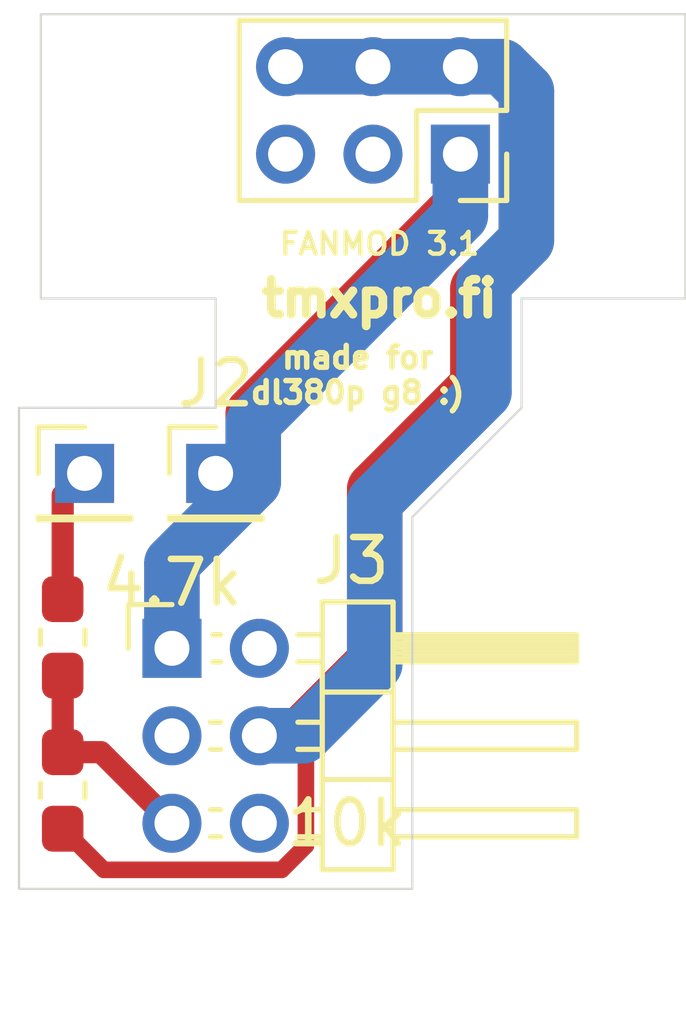
<source format=kicad_pcb>
(kicad_pcb (version 20171130) (host pcbnew 5.1.6+dfsg1-1)

  (general
    (thickness 1.6)
    (drawings 15)
    (tracks 46)
    (zones 0)
    (modules 6)
    (nets 5)
  )

  (page A4)
  (layers
    (0 F.Cu signal)
    (31 B.Cu signal)
    (32 B.Adhes user)
    (33 F.Adhes user)
    (34 B.Paste user)
    (35 F.Paste user)
    (36 B.SilkS user)
    (37 F.SilkS user)
    (38 B.Mask user)
    (39 F.Mask user)
    (40 Dwgs.User user)
    (41 Cmts.User user)
    (42 Eco1.User user)
    (43 Eco2.User user)
    (44 Edge.Cuts user)
    (45 Margin user)
    (46 B.CrtYd user)
    (47 F.CrtYd user)
    (48 B.Fab user)
    (49 F.Fab user)
  )

  (setup
    (last_trace_width 1.27)
    (user_trace_width 0.381)
    (user_trace_width 0.508)
    (user_trace_width 0.762)
    (user_trace_width 1.27)
    (user_trace_width 1.905)
    (trace_clearance 0.2)
    (zone_clearance 0.254)
    (zone_45_only no)
    (trace_min 0.2)
    (via_size 0.8)
    (via_drill 0.4)
    (via_min_size 0.4)
    (via_min_drill 0.3)
    (uvia_size 0.3)
    (uvia_drill 0.1)
    (uvias_allowed no)
    (uvia_min_size 0.2)
    (uvia_min_drill 0.1)
    (edge_width 0.05)
    (segment_width 0.2)
    (pcb_text_width 0.3)
    (pcb_text_size 1.5 1.5)
    (mod_edge_width 0.12)
    (mod_text_size 1 1)
    (mod_text_width 0.15)
    (pad_size 1.524 1.524)
    (pad_drill 0.762)
    (pad_to_mask_clearance 0.051)
    (solder_mask_min_width 0.25)
    (aux_axis_origin 0 0)
    (visible_elements FFFFFF7F)
    (pcbplotparams
      (layerselection 0x010fc_ffffffff)
      (usegerberextensions true)
      (usegerberattributes false)
      (usegerberadvancedattributes false)
      (creategerberjobfile false)
      (excludeedgelayer true)
      (linewidth 0.100000)
      (plotframeref false)
      (viasonmask false)
      (mode 1)
      (useauxorigin false)
      (hpglpennumber 1)
      (hpglpenspeed 20)
      (hpglpendiameter 15.000000)
      (psnegative false)
      (psa4output false)
      (plotreference true)
      (plotvalue true)
      (plotinvisibletext false)
      (padsonsilk false)
      (subtractmaskfromsilk false)
      (outputformat 1)
      (mirror false)
      (drillshape 0)
      (scaleselection 1)
      (outputdirectory "gerbers"))
  )

  (net 0 "")
  (net 1 +12V)
  (net 2 GND)
  (net 3 "Net-(J4-Pad1)")
  (net 4 "Net-(J3-Pad5)")

  (net_class Default "This is the default net class."
    (clearance 0.2)
    (trace_width 0.25)
    (via_dia 0.8)
    (via_drill 0.4)
    (uvia_dia 0.3)
    (uvia_drill 0.1)
    (add_net +12V)
    (add_net GND)
    (add_net "Net-(J1-Pad3)")
    (add_net "Net-(J1-Pad5)")
    (add_net "Net-(J3-Pad2)")
    (add_net "Net-(J3-Pad3)")
    (add_net "Net-(J3-Pad5)")
    (add_net "Net-(J3-Pad6)")
    (add_net "Net-(J4-Pad1)")
  )

  (module Connector_PinHeader_2.00mm:PinHeader_1x01_P2.00mm_Vertical (layer F.Cu) (tedit 59FED667) (tstamp 5F46B605)
    (at 81.5 29)
    (descr "Through hole straight pin header, 1x01, 2.00mm pitch, single row")
    (tags "Through hole pin header THT 1x01 2.00mm single row")
    (path /5F46615B)
    (fp_text reference J2 (at 0 -2.06) (layer F.SilkS)
      (effects (font (size 1 1) (thickness 0.15)))
    )
    (fp_text value ARDUINO_VIN (at 0 2.06) (layer F.Fab)
      (effects (font (size 1 1) (thickness 0.15)))
    )
    (fp_text user %R (at 0 0 90) (layer F.Fab)
      (effects (font (size 1 1) (thickness 0.15)))
    )
    (fp_line (start -0.5 -1) (end 1 -1) (layer F.Fab) (width 0.1))
    (fp_line (start 1 -1) (end 1 1) (layer F.Fab) (width 0.1))
    (fp_line (start 1 1) (end -1 1) (layer F.Fab) (width 0.1))
    (fp_line (start -1 1) (end -1 -0.5) (layer F.Fab) (width 0.1))
    (fp_line (start -1 -0.5) (end -0.5 -1) (layer F.Fab) (width 0.1))
    (fp_line (start -1.06 1.06) (end 1.06 1.06) (layer F.SilkS) (width 0.12))
    (fp_line (start -1.06 1) (end -1.06 1.06) (layer F.SilkS) (width 0.12))
    (fp_line (start 1.06 1) (end 1.06 1.06) (layer F.SilkS) (width 0.12))
    (fp_line (start -1.06 1) (end 1.06 1) (layer F.SilkS) (width 0.12))
    (fp_line (start -1.06 0) (end -1.06 -1.06) (layer F.SilkS) (width 0.12))
    (fp_line (start -1.06 -1.06) (end 0 -1.06) (layer F.SilkS) (width 0.12))
    (fp_line (start -1.5 -1.5) (end -1.5 1.5) (layer F.CrtYd) (width 0.05))
    (fp_line (start -1.5 1.5) (end 1.5 1.5) (layer F.CrtYd) (width 0.05))
    (fp_line (start 1.5 1.5) (end 1.5 -1.5) (layer F.CrtYd) (width 0.05))
    (fp_line (start 1.5 -1.5) (end -1.5 -1.5) (layer F.CrtYd) (width 0.05))
    (pad 1 thru_hole rect (at 0 0) (size 1.35 1.35) (drill 0.8) (layers *.Cu *.Mask)
      (net 1 +12V))
    (model ${KISYS3DMOD}/Connector_PinHeader_2.00mm.3dshapes/PinHeader_1x01_P2.00mm_Vertical.wrl
      (at (xyz 0 0 0))
      (scale (xyz 1 1 1))
      (rotate (xyz 0 0 0))
    )
  )

  (module Connector_PinHeader_2.00mm:PinHeader_2x03_P2.00mm_Horizontal (layer F.Cu) (tedit 59FED667) (tstamp 5F2EB90B)
    (at 80.5 33)
    (descr "Through hole angled pin header, 2x03, 2.00mm pitch, 4.2mm pin length, double rows")
    (tags "Through hole angled pin header THT 2x03 2.00mm double row")
    (path /5F2E64DC)
    (fp_text reference J3 (at 4.1 -2) (layer F.SilkS)
      (effects (font (size 1 1) (thickness 0.15)))
    )
    (fp_text value FAN_OUT (at 3.75 7.75) (layer F.Fab)
      (effects (font (size 1 1) (thickness 0.15)))
    )
    (fp_line (start 9.7 -1.5) (end -1.5 -1.5) (layer F.CrtYd) (width 0.05))
    (fp_line (start 9.7 5.5) (end 9.7 -1.5) (layer F.CrtYd) (width 0.05))
    (fp_line (start -1.5 5.5) (end 9.7 5.5) (layer F.CrtYd) (width 0.05))
    (fp_line (start -1.5 -1.5) (end -1.5 5.5) (layer F.CrtYd) (width 0.05))
    (fp_line (start -1 -1) (end 0 -1) (layer F.SilkS) (width 0.12))
    (fp_line (start -1 0) (end -1 -1) (layer F.SilkS) (width 0.12))
    (fp_line (start 0.882114 4.31) (end 1.117886 4.31) (layer F.SilkS) (width 0.12))
    (fp_line (start 0.882114 3.69) (end 1.117886 3.69) (layer F.SilkS) (width 0.12))
    (fp_line (start 2.882114 4.31) (end 3.44 4.31) (layer F.SilkS) (width 0.12))
    (fp_line (start 2.882114 3.69) (end 3.44 3.69) (layer F.SilkS) (width 0.12))
    (fp_line (start 9.26 4.31) (end 5.06 4.31) (layer F.SilkS) (width 0.12))
    (fp_line (start 9.26 3.69) (end 9.26 4.31) (layer F.SilkS) (width 0.12))
    (fp_line (start 5.06 3.69) (end 9.26 3.69) (layer F.SilkS) (width 0.12))
    (fp_line (start 3.44 3) (end 5.06 3) (layer F.SilkS) (width 0.12))
    (fp_line (start 0.882114 2.31) (end 1.117886 2.31) (layer F.SilkS) (width 0.12))
    (fp_line (start 0.882114 1.69) (end 1.117886 1.69) (layer F.SilkS) (width 0.12))
    (fp_line (start 2.882114 2.31) (end 3.44 2.31) (layer F.SilkS) (width 0.12))
    (fp_line (start 2.882114 1.69) (end 3.44 1.69) (layer F.SilkS) (width 0.12))
    (fp_line (start 9.26 2.31) (end 5.06 2.31) (layer F.SilkS) (width 0.12))
    (fp_line (start 9.26 1.69) (end 9.26 2.31) (layer F.SilkS) (width 0.12))
    (fp_line (start 5.06 1.69) (end 9.26 1.69) (layer F.SilkS) (width 0.12))
    (fp_line (start 3.44 1) (end 5.06 1) (layer F.SilkS) (width 0.12))
    (fp_line (start 0.935 0.31) (end 1.117886 0.31) (layer F.SilkS) (width 0.12))
    (fp_line (start 0.935 -0.31) (end 1.117886 -0.31) (layer F.SilkS) (width 0.12))
    (fp_line (start 2.882114 0.31) (end 3.44 0.31) (layer F.SilkS) (width 0.12))
    (fp_line (start 2.882114 -0.31) (end 3.44 -0.31) (layer F.SilkS) (width 0.12))
    (fp_line (start 5.06 0.23) (end 9.26 0.23) (layer F.SilkS) (width 0.12))
    (fp_line (start 5.06 0.11) (end 9.26 0.11) (layer F.SilkS) (width 0.12))
    (fp_line (start 5.06 -0.01) (end 9.26 -0.01) (layer F.SilkS) (width 0.12))
    (fp_line (start 5.06 -0.13) (end 9.26 -0.13) (layer F.SilkS) (width 0.12))
    (fp_line (start 5.06 -0.25) (end 9.26 -0.25) (layer F.SilkS) (width 0.12))
    (fp_line (start 9.26 0.31) (end 5.06 0.31) (layer F.SilkS) (width 0.12))
    (fp_line (start 9.26 -0.31) (end 9.26 0.31) (layer F.SilkS) (width 0.12))
    (fp_line (start 5.06 -0.31) (end 9.26 -0.31) (layer F.SilkS) (width 0.12))
    (fp_line (start 5.06 -1.06) (end 3.44 -1.06) (layer F.SilkS) (width 0.12))
    (fp_line (start 5.06 5.06) (end 5.06 -1.06) (layer F.SilkS) (width 0.12))
    (fp_line (start 3.44 5.06) (end 5.06 5.06) (layer F.SilkS) (width 0.12))
    (fp_line (start 3.44 -1.06) (end 3.44 5.06) (layer F.SilkS) (width 0.12))
    (fp_line (start 5 4.25) (end 9.2 4.25) (layer F.Fab) (width 0.1))
    (fp_line (start 9.2 3.75) (end 9.2 4.25) (layer F.Fab) (width 0.1))
    (fp_line (start 5 3.75) (end 9.2 3.75) (layer F.Fab) (width 0.1))
    (fp_line (start -0.25 4.25) (end 3.5 4.25) (layer F.Fab) (width 0.1))
    (fp_line (start -0.25 3.75) (end -0.25 4.25) (layer F.Fab) (width 0.1))
    (fp_line (start -0.25 3.75) (end 3.5 3.75) (layer F.Fab) (width 0.1))
    (fp_line (start 5 2.25) (end 9.2 2.25) (layer F.Fab) (width 0.1))
    (fp_line (start 9.2 1.75) (end 9.2 2.25) (layer F.Fab) (width 0.1))
    (fp_line (start 5 1.75) (end 9.2 1.75) (layer F.Fab) (width 0.1))
    (fp_line (start -0.25 2.25) (end 3.5 2.25) (layer F.Fab) (width 0.1))
    (fp_line (start -0.25 1.75) (end -0.25 2.25) (layer F.Fab) (width 0.1))
    (fp_line (start -0.25 1.75) (end 3.5 1.75) (layer F.Fab) (width 0.1))
    (fp_line (start 5 0.25) (end 9.2 0.25) (layer F.Fab) (width 0.1))
    (fp_line (start 9.2 -0.25) (end 9.2 0.25) (layer F.Fab) (width 0.1))
    (fp_line (start 5 -0.25) (end 9.2 -0.25) (layer F.Fab) (width 0.1))
    (fp_line (start -0.25 0.25) (end 3.5 0.25) (layer F.Fab) (width 0.1))
    (fp_line (start -0.25 -0.25) (end -0.25 0.25) (layer F.Fab) (width 0.1))
    (fp_line (start -0.25 -0.25) (end 3.5 -0.25) (layer F.Fab) (width 0.1))
    (fp_line (start 3.5 -0.625) (end 3.875 -1) (layer F.Fab) (width 0.1))
    (fp_line (start 3.5 5) (end 3.5 -0.625) (layer F.Fab) (width 0.1))
    (fp_line (start 5 5) (end 3.5 5) (layer F.Fab) (width 0.1))
    (fp_line (start 5 -1) (end 5 5) (layer F.Fab) (width 0.1))
    (fp_line (start 3.875 -1) (end 5 -1) (layer F.Fab) (width 0.1))
    (fp_text user %R (at 4.25 2 90) (layer F.Fab)
      (effects (font (size 0.9 0.9) (thickness 0.135)))
    )
    (pad 6 thru_hole oval (at 2 4) (size 1.35 1.35) (drill 0.8) (layers *.Cu *.Mask))
    (pad 5 thru_hole oval (at 0 4) (size 1.35 1.35) (drill 0.8) (layers *.Cu *.Mask)
      (net 4 "Net-(J3-Pad5)"))
    (pad 4 thru_hole oval (at 2 2) (size 1.35 1.35) (drill 0.8) (layers *.Cu *.Mask)
      (net 2 GND))
    (pad 3 thru_hole oval (at 0 2) (size 1.35 1.35) (drill 0.8) (layers *.Cu *.Mask))
    (pad 2 thru_hole oval (at 2 0) (size 1.35 1.35) (drill 0.8) (layers *.Cu *.Mask))
    (pad 1 thru_hole rect (at 0 0) (size 1.35 1.35) (drill 0.8) (layers *.Cu *.Mask)
      (net 1 +12V))
    (model ${KISYS3DMOD}/Connector_PinHeader_2.00mm.3dshapes/PinHeader_2x03_P2.00mm_Horizontal.wrl
      (at (xyz 0 0 0))
      (scale (xyz 1 1 1))
      (rotate (xyz 0 0 0))
    )
  )

  (module Connector_PinHeader_2.00mm:PinHeader_1x01_P2.00mm_Vertical (layer F.Cu) (tedit 59FED667) (tstamp 5E9D9346)
    (at 78.5 29)
    (descr "Through hole straight pin header, 1x01, 2.00mm pitch, single row")
    (tags "Through hole pin header THT 1x01 2.00mm single row")
    (path /5E9F17A7)
    (fp_text reference J4 (at -3 0.25) (layer F.SilkS) hide
      (effects (font (size 1 1) (thickness 0.15)))
    )
    (fp_text value COMM (at -1 3) (layer F.Fab) hide
      (effects (font (size 1 1) (thickness 0.15)))
    )
    (fp_line (start 1.5 -1.5) (end -1.5 -1.5) (layer F.CrtYd) (width 0.05))
    (fp_line (start 1.5 1.5) (end 1.5 -1.5) (layer F.CrtYd) (width 0.05))
    (fp_line (start -1.5 1.5) (end 1.5 1.5) (layer F.CrtYd) (width 0.05))
    (fp_line (start -1.5 -1.5) (end -1.5 1.5) (layer F.CrtYd) (width 0.05))
    (fp_line (start -1.06 -1.06) (end 0 -1.06) (layer F.SilkS) (width 0.12))
    (fp_line (start -1.06 0) (end -1.06 -1.06) (layer F.SilkS) (width 0.12))
    (fp_line (start -1.06 1) (end 1.06 1) (layer F.SilkS) (width 0.12))
    (fp_line (start 1.06 1) (end 1.06 1.06) (layer F.SilkS) (width 0.12))
    (fp_line (start -1.06 1) (end -1.06 1.06) (layer F.SilkS) (width 0.12))
    (fp_line (start -1.06 1.06) (end 1.06 1.06) (layer F.SilkS) (width 0.12))
    (fp_line (start -1 -0.5) (end -0.5 -1) (layer F.Fab) (width 0.1))
    (fp_line (start -1 1) (end -1 -0.5) (layer F.Fab) (width 0.1))
    (fp_line (start 1 1) (end -1 1) (layer F.Fab) (width 0.1))
    (fp_line (start 1 -1) (end 1 1) (layer F.Fab) (width 0.1))
    (fp_line (start -0.5 -1) (end 1 -1) (layer F.Fab) (width 0.1))
    (fp_text user %R (at 0 0 90) (layer F.Fab) hide
      (effects (font (size 1 1) (thickness 0.15)))
    )
    (pad 1 thru_hole rect (at 0 0) (size 1.35 1.35) (drill 0.8) (layers *.Cu *.Mask)
      (net 3 "Net-(J4-Pad1)"))
    (model ${KISYS3DMOD}/Connector_PinHeader_2.00mm.3dshapes/PinHeader_1x01_P2.00mm_Vertical.wrl
      (at (xyz 0 0 0))
      (scale (xyz 1 1 1))
      (rotate (xyz 0 0 0))
    )
  )

  (module Connector_PinSocket_2.00mm:PinSocket_2x03_P2.00mm_Vertical (layer F.Cu) (tedit 5A19A428) (tstamp 5E9D06EA)
    (at 87.1 21.7 270)
    (descr "Through hole straight socket strip, 2x03, 2.00mm pitch, double cols (from Kicad 4.0.7), script generated")
    (tags "Through hole socket strip THT 2x03 2.00mm double row")
    (path /5E9E0BFF)
    (fp_text reference J1 (at -1 -2.5 90) (layer F.SilkS) hide
      (effects (font (size 1 1) (thickness 0.15)))
    )
    (fp_text value FAN_IN (at -1 6.5 90) (layer F.Fab) hide
      (effects (font (size 1 1) (thickness 0.15)))
    )
    (fp_line (start -3 -1) (end 0 -1) (layer F.Fab) (width 0.1))
    (fp_line (start 0 -1) (end 1 0) (layer F.Fab) (width 0.1))
    (fp_line (start 1 0) (end 1 5) (layer F.Fab) (width 0.1))
    (fp_line (start 1 5) (end -3 5) (layer F.Fab) (width 0.1))
    (fp_line (start -3 5) (end -3 -1) (layer F.Fab) (width 0.1))
    (fp_line (start -3.06 -1.06) (end -1 -1.06) (layer F.SilkS) (width 0.12))
    (fp_line (start -3.06 -1.06) (end -3.06 5.06) (layer F.SilkS) (width 0.12))
    (fp_line (start -3.06 5.06) (end 1.06 5.06) (layer F.SilkS) (width 0.12))
    (fp_line (start 1.06 1) (end 1.06 5.06) (layer F.SilkS) (width 0.12))
    (fp_line (start -1 1) (end 1.06 1) (layer F.SilkS) (width 0.12))
    (fp_line (start -1 -1.06) (end -1 1) (layer F.SilkS) (width 0.12))
    (fp_line (start 1.06 -1.06) (end 1.06 0) (layer F.SilkS) (width 0.12))
    (fp_line (start 0 -1.06) (end 1.06 -1.06) (layer F.SilkS) (width 0.12))
    (fp_line (start -3.5 -1.5) (end 1.5 -1.5) (layer F.CrtYd) (width 0.05))
    (fp_line (start 1.5 -1.5) (end 1.5 5.5) (layer F.CrtYd) (width 0.05))
    (fp_line (start 1.5 5.5) (end -3.5 5.5) (layer F.CrtYd) (width 0.05))
    (fp_line (start -3.5 5.5) (end -3.5 -1.5) (layer F.CrtYd) (width 0.05))
    (fp_text user %R (at -1 2) (layer F.Fab) hide
      (effects (font (size 1 1) (thickness 0.15)))
    )
    (pad 6 thru_hole oval (at -2 4 270) (size 1.35 1.35) (drill 0.8) (layers *.Cu *.Mask)
      (net 2 GND))
    (pad 5 thru_hole oval (at 0 4 270) (size 1.35 1.35) (drill 0.8) (layers *.Cu *.Mask))
    (pad 4 thru_hole oval (at -2 2 270) (size 1.35 1.35) (drill 0.8) (layers *.Cu *.Mask)
      (net 2 GND))
    (pad 3 thru_hole oval (at 0 2 270) (size 1.35 1.35) (drill 0.8) (layers *.Cu *.Mask))
    (pad 2 thru_hole oval (at -2 0 270) (size 1.35 1.35) (drill 0.8) (layers *.Cu *.Mask)
      (net 2 GND))
    (pad 1 thru_hole rect (at 0 0 270) (size 1.35 1.35) (drill 0.8) (layers *.Cu *.Mask)
      (net 1 +12V))
    (model ${KISYS3DMOD}/Connector_PinSocket_2.00mm.3dshapes/PinSocket_2x03_P2.00mm_Vertical.wrl
      (at (xyz 0 0 0))
      (scale (xyz 1 1 1))
      (rotate (xyz 0 0 0))
    )
  )

  (module Resistor_SMD:R_0603_1608Metric_Pad1.05x0.95mm_HandSolder (layer F.Cu) (tedit 5B301BBD) (tstamp 5E9D93AF)
    (at 78 32.75 270)
    (descr "Resistor SMD 0603 (1608 Metric), square (rectangular) end terminal, IPC_7351 nominal with elongated pad for handsoldering. (Body size source: http://www.tortai-tech.com/upload/download/2011102023233369053.pdf), generated with kicad-footprint-generator")
    (tags "resistor handsolder")
    (path /5E9DA170)
    (attr smd)
    (fp_text reference R1 (at -0.5 3.25 270) (layer F.SilkS) hide
      (effects (font (size 1 1) (thickness 0.15)))
    )
    (fp_text value 4.7k (at -1.25 -2.5 180) (layer F.SilkS)
      (effects (font (size 1 1) (thickness 0.15)))
    )
    (fp_line (start 1.65 0.73) (end -1.65 0.73) (layer F.CrtYd) (width 0.05))
    (fp_line (start 1.65 -0.73) (end 1.65 0.73) (layer F.CrtYd) (width 0.05))
    (fp_line (start -1.65 -0.73) (end 1.65 -0.73) (layer F.CrtYd) (width 0.05))
    (fp_line (start -1.65 0.73) (end -1.65 -0.73) (layer F.CrtYd) (width 0.05))
    (fp_line (start -0.171267 0.51) (end 0.171267 0.51) (layer F.SilkS) (width 0.12))
    (fp_line (start -0.171267 -0.51) (end 0.171267 -0.51) (layer F.SilkS) (width 0.12))
    (fp_line (start 0.8 0.4) (end -0.8 0.4) (layer F.Fab) (width 0.1))
    (fp_line (start 0.8 -0.4) (end 0.8 0.4) (layer F.Fab) (width 0.1))
    (fp_line (start -0.8 -0.4) (end 0.8 -0.4) (layer F.Fab) (width 0.1))
    (fp_line (start -0.8 0.4) (end -0.8 -0.4) (layer F.Fab) (width 0.1))
    (fp_text user %R (at 0.75 3 270) (layer F.Fab) hide
      (effects (font (size 0.4 0.4) (thickness 0.06)))
    )
    (pad 2 smd roundrect (at 0.875 0 270) (size 1.05 0.95) (layers F.Cu F.Paste F.Mask) (roundrect_rratio 0.25)
      (net 4 "Net-(J3-Pad5)"))
    (pad 1 smd roundrect (at -0.875 0 270) (size 1.05 0.95) (layers F.Cu F.Paste F.Mask) (roundrect_rratio 0.25)
      (net 3 "Net-(J4-Pad1)"))
    (model ${KISYS3DMOD}/Resistor_SMD.3dshapes/R_0603_1608Metric.wrl
      (at (xyz 0 0 0))
      (scale (xyz 1 1 1))
      (rotate (xyz 0 0 0))
    )
  )

  (module Resistor_SMD:R_0603_1608Metric_Pad1.05x0.95mm_HandSolder (layer F.Cu) (tedit 5B301BBD) (tstamp 5EE4F506)
    (at 78 36.25 270)
    (descr "Resistor SMD 0603 (1608 Metric), square (rectangular) end terminal, IPC_7351 nominal with elongated pad for handsoldering. (Body size source: http://www.tortai-tech.com/upload/download/2011102023233369053.pdf), generated with kicad-footprint-generator")
    (tags "resistor handsolder")
    (path /5E9DA6C1)
    (attr smd)
    (fp_text reference R2 (at 0.5 -5.25 270) (layer F.SilkS) hide
      (effects (font (size 1 1) (thickness 0.15)))
    )
    (fp_text value 10k (at 0.75 -6.5 180) (layer F.SilkS)
      (effects (font (size 1 1) (thickness 0.15)))
    )
    (fp_line (start 1.65 0.73) (end -1.65 0.73) (layer F.CrtYd) (width 0.05))
    (fp_line (start 1.65 -0.73) (end 1.65 0.73) (layer F.CrtYd) (width 0.05))
    (fp_line (start -1.65 -0.73) (end 1.65 -0.73) (layer F.CrtYd) (width 0.05))
    (fp_line (start -1.65 0.73) (end -1.65 -0.73) (layer F.CrtYd) (width 0.05))
    (fp_line (start -0.171267 0.51) (end 0.171267 0.51) (layer F.SilkS) (width 0.12))
    (fp_line (start -0.171267 -0.51) (end 0.171267 -0.51) (layer F.SilkS) (width 0.12))
    (fp_line (start 0.8 0.4) (end -0.8 0.4) (layer F.Fab) (width 0.1))
    (fp_line (start 0.8 -0.4) (end 0.8 0.4) (layer F.Fab) (width 0.1))
    (fp_line (start -0.8 -0.4) (end 0.8 -0.4) (layer F.Fab) (width 0.1))
    (fp_line (start -0.8 0.4) (end -0.8 -0.4) (layer F.Fab) (width 0.1))
    (fp_text user %R (at 0 0 270) (layer F.Fab) hide
      (effects (font (size 0.4 0.4) (thickness 0.06)))
    )
    (pad 2 smd roundrect (at 0.875 0 270) (size 1.05 0.95) (layers F.Cu F.Paste F.Mask) (roundrect_rratio 0.25)
      (net 2 GND))
    (pad 1 smd roundrect (at -0.875 0 270) (size 1.05 0.95) (layers F.Cu F.Paste F.Mask) (roundrect_rratio 0.25)
      (net 4 "Net-(J3-Pad5)"))
    (model ${KISYS3DMOD}/Resistor_SMD.3dshapes/R_0603_1608Metric.wrl
      (at (xyz 0 0 0))
      (scale (xyz 1 1 1))
      (rotate (xyz 0 0 0))
    )
  )

  (gr_line (start 88.5 27.5) (end 86 30) (layer Edge.Cuts) (width 0.05) (tstamp 5F2ECAC6))
  (gr_line (start 86 30) (end 86 38.5) (layer Edge.Cuts) (width 0.05))
  (gr_line (start 77.5 18.5) (end 92.25 18.5) (layer Edge.Cuts) (width 0.05))
  (gr_line (start 77 38.5) (end 77 27.5) (layer Edge.Cuts) (width 0.05) (tstamp 5EE4F22B))
  (gr_line (start 77 38.5) (end 86 38.5) (layer Edge.Cuts) (width 0.05))
  (gr_text "made for\ndl380p g8 :)" (at 84.75 26.75) (layer F.SilkS) (tstamp 5F2EC098)
    (effects (font (size 0.5 0.5) (thickness 0.125)))
  )
  (gr_text tmxpro.fi (at 85.25 25) (layer F.SilkS)
    (effects (font (size 0.8 0.8) (thickness 0.2)))
  )
  (gr_text "FANMOD 3.1" (at 85.25 23.75) (layer F.SilkS)
    (effects (font (size 0.5 0.5) (thickness 0.1)))
  )
  (gr_line (start 77.5 18.5) (end 77.5 25) (layer Edge.Cuts) (width 0.05) (tstamp 5E9D531D))
  (gr_line (start 92.25 18.5) (end 92.25 25) (layer Edge.Cuts) (width 0.05) (tstamp 5E9D52DE))
  (gr_line (start 81.5 27.5) (end 77 27.5) (layer Edge.Cuts) (width 0.05))
  (gr_line (start 81.5 25) (end 81.5 27.5) (layer Edge.Cuts) (width 0.05))
  (gr_line (start 88.5 27.5) (end 88.5 25) (layer Edge.Cuts) (width 0.05))
  (gr_line (start 77.5 25) (end 81.5 25) (layer Edge.Cuts) (width 0.05) (tstamp 5E9D00BC))
  (gr_line (start 92.25 25) (end 88.5 25) (layer Edge.Cuts) (width 0.05) (tstamp 5E9D00BB))

  (segment (start 80.5 31.055) (end 80.5 33) (width 1.27) (layer F.Cu) (net 1))
  (segment (start 82.36001 29.19499) (end 80.5 31.055) (width 1.27) (layer F.Cu) (net 1))
  (segment (start 82.36001 27.63999) (end 82.36001 29.19499) (width 1.27) (layer F.Cu) (net 1))
  (segment (start 87.1 22.9) (end 82.36001 27.63999) (width 1.27) (layer F.Cu) (net 1))
  (segment (start 87.1 21.7) (end 87.1 22.9) (width 1.27) (layer F.Cu) (net 1))
  (segment (start 80.5 31.055) (end 80.5 33) (width 1.27) (layer B.Cu) (net 1))
  (segment (start 82.36001 29.19499) (end 80.5 31.055) (width 1.27) (layer B.Cu) (net 1))
  (segment (start 82.36001 27.844845) (end 82.36001 29.19499) (width 1.27) (layer B.Cu) (net 1))
  (segment (start 87.1 23.104855) (end 82.36001 27.844845) (width 1.27) (layer B.Cu) (net 1))
  (segment (start 87.1 21.7) (end 87.1 23.104855) (width 1.27) (layer B.Cu) (net 1))
  (segment (start 82.16502 29) (end 82.36001 29.19499) (width 1.27) (layer F.Cu) (net 1))
  (segment (start 81.5 29) (end 82.16502 29) (width 1.27) (layer F.Cu) (net 1))
  (segment (start 82.16502 29) (end 82.36001 29.19499) (width 1.27) (layer B.Cu) (net 1))
  (segment (start 81.5 29) (end 82.16502 29) (width 1.27) (layer B.Cu) (net 1))
  (segment (start 87.1 19.7) (end 85.1 19.7) (width 1.27) (layer F.Cu) (net 2))
  (segment (start 85.1 19.7) (end 83.1 19.7) (width 1.27) (layer F.Cu) (net 2))
  (segment (start 87.1 19.7) (end 85.1 19.7) (width 1.27) (layer B.Cu) (net 2))
  (segment (start 85.1 19.7) (end 83.1 19.7) (width 1.27) (layer B.Cu) (net 2))
  (segment (start 85.13999 29.36001) (end 87.5 27) (width 1.27) (layer F.Cu) (net 2))
  (segment (start 85.13999 33.314604) (end 85.13999 29.36001) (width 1.27) (layer F.Cu) (net 2))
  (segment (start 83.454594 35) (end 85.13999 33.314604) (width 1.27) (layer F.Cu) (net 2))
  (segment (start 82.5 35) (end 83.454594 35) (width 1.27) (layer F.Cu) (net 2))
  (segment (start 88.054594 19.7) (end 87.1 19.7) (width 1.27) (layer F.Cu) (net 2))
  (segment (start 88.610001 20.255407) (end 88.054594 19.7) (width 1.27) (layer F.Cu) (net 2))
  (segment (start 88.610001 23.673762) (end 88.610001 20.255407) (width 1.27) (layer F.Cu) (net 2))
  (segment (start 87.5 24.783763) (end 88.610001 23.673762) (width 1.27) (layer F.Cu) (net 2))
  (segment (start 87.5 27) (end 87.5 24.783763) (width 1.27) (layer F.Cu) (net 2))
  (segment (start 85.13999 29.643774) (end 87.63999 27.143774) (width 1.27) (layer B.Cu) (net 2))
  (segment (start 85.13999 33.36001) (end 85.13999 29.643774) (width 1.27) (layer B.Cu) (net 2))
  (segment (start 83.5 35) (end 85.13999 33.36001) (width 1.27) (layer B.Cu) (net 2))
  (segment (start 82.5 35) (end 83.5 35) (width 1.27) (layer B.Cu) (net 2))
  (segment (start 88.054594 19.7) (end 87.1 19.7) (width 1.27) (layer B.Cu) (net 2))
  (segment (start 88.610001 20.255407) (end 88.054594 19.7) (width 1.27) (layer B.Cu) (net 2))
  (segment (start 88.610001 23.673762) (end 88.610001 20.255407) (width 1.27) (layer B.Cu) (net 2))
  (segment (start 87.63999 24.643773) (end 88.610001 23.673762) (width 1.27) (layer B.Cu) (net 2))
  (segment (start 87.63999 27.143774) (end 87.63999 24.643773) (width 1.27) (layer B.Cu) (net 2))
  (segment (start 83.565501 35.110907) (end 83.454594 35) (width 0.381) (layer F.Cu) (net 2))
  (segment (start 83.565501 37.511441) (end 83.565501 35.110907) (width 0.381) (layer F.Cu) (net 2))
  (segment (start 83.011441 38.065501) (end 83.565501 37.511441) (width 0.381) (layer F.Cu) (net 2))
  (segment (start 78.940501 38.065501) (end 83.011441 38.065501) (width 0.381) (layer F.Cu) (net 2))
  (segment (start 78 37.125) (end 78.940501 38.065501) (width 0.381) (layer F.Cu) (net 2))
  (segment (start 78 29.5) (end 78.5 29) (width 0.508) (layer F.Cu) (net 3))
  (segment (start 78 31.875) (end 78 29.5) (width 0.508) (layer F.Cu) (net 3))
  (segment (start 78.875 35.375) (end 80.5 37) (width 0.508) (layer F.Cu) (net 4))
  (segment (start 78 35.375) (end 78.875 35.375) (width 0.508) (layer F.Cu) (net 4))
  (segment (start 78 35.375) (end 78 33.625) (width 0.508) (layer F.Cu) (net 4))

)

</source>
